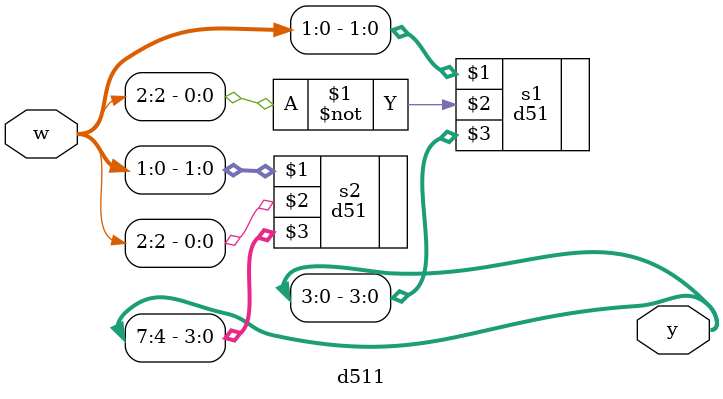
<source format=v>
`include "d51.v"
module d511(input [2:0]w, output reg [7:0]y);

d51 s1(w[1:0],~w[2],y[3:0]);
d51 s2(w[1:0],w[2],y[7:4]);

endmodule


</source>
